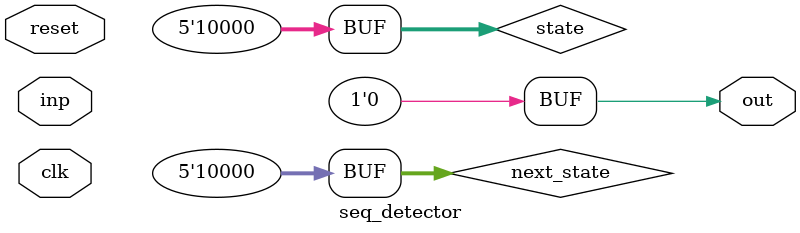
<source format=v>
module seq_detector #(
    parameter SIZE = 5,
    parameter S_DEF = 5'b10000, S_1XXX = 5'b00001, S_10XX = 5'b00010, S_101X = 5'b00100, S_1010 = 5'b01000
) (
    output reg out,
    input inp, reset, clk
);
// * Sequence detector that detects occurence of the subsequence 1010 in an 8-bit sequence
// * Reads a single bit of the input and updates the corresponding output bit at any moment

// *********Internal Variables************
    reg [SIZE-1:0] state, next_state;


// ****************CODE*******************

    // * Initial condition
    initial begin
        state <= S_DEF;
    end

    // * Resetting the state for when a new 8-bit sequence is being read
    always @(reset) begin
        state <= S_DEF;
    end

    // * Deciding the next state of the FSM based on the current state
    always @(posedge clk) begin
        case (state)
            S_DEF: if(inp) begin
                next_state <= S_1XXX;
            end else begin
                next_state <= S_DEF;
            end

            S_1XXX: if(inp) begin
                next_state <= S_1XXX;
            end else begin
                next_state <= S_10XX;
            end

            S_10XX: if(inp) begin
                next_state <= S_101X;
            end else begin
                next_state <= S_DEF;
            end

            S_101X: if(inp) begin
                next_state <= S_1XXX;
            end else begin
                next_state <= S_1010;
            end

            S_1010: if(inp) begin
                next_state <= S_101X;
            end else begin
                next_state <= S_DEF;
            end

            default: 
                next_state <= S_DEF;
        endcase
    end

    // *********OUTPUT*********
    always @(state) begin
        case (state)
            S_1010: begin
                out <= 1;
            end
            default: 
                out <= 0;
        endcase
    end

    // * Updating the current state
    always @(next_state) begin
        state <= next_state;
    end

endmodule
</source>
